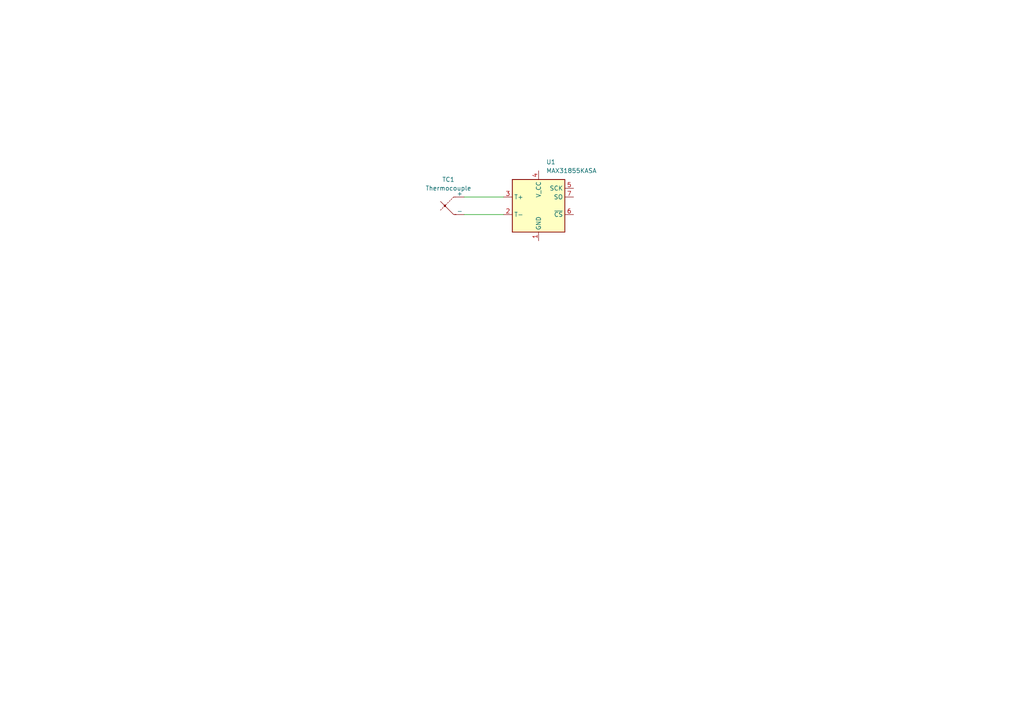
<source format=kicad_sch>
(kicad_sch (version 20231120) (generator "eeschema") (generator_version "8.0")
  (paper "A4")
  (lib_symbols
    (symbol "Device:Thermocouple" (pin_numbers hide) (pin_names (offset 0))
      (property "Reference" "TC" (at -3.048 3.81 0))
      (property "Value" "Thermocouple" (at -5.08 -4.064 0))
      (symbol "Thermocouple_0_1"
        (circle (center -3.048 0) (radius 0.254) (fill (type outline)))
        (polyline (pts (xy -4.064 -1.016) (xy -4.318 -1.27)))
        (polyline (pts (xy -3.556 -0.508) (xy -3.81 -0.762)))
        (polyline (pts (xy -3.048 0) (xy -3.302 -0.254)))
        (polyline (pts (xy -2.54 0.508) (xy -2.794 0.254)))
        (polyline (pts (xy -2.032 1.016) (xy -2.286 0.762)))
        (polyline (pts (xy -1.524 1.524) (xy -1.778 1.27)))
        (polyline (pts (xy -1.016 2.032) (xy -1.27 1.778)))
        (polyline (pts (xy -0.508 2.54) (xy -0.762 2.286)))
        (polyline (pts (xy 0 -2.54) (xy -0.254 -2.54)))
        (polyline (pts (xy 0 2.54) (xy -0.508 2.54)))
        (polyline (pts (xy 0.254 -2.54) (xy -0.508 -2.54) (xy -4.318 1.27)))
      )
      (symbol "Thermocouple_1_1"
        (pin passive line (at 2.54 2.54 180) (length 2.54) (name "+") (number "1"))
        (pin passive line (at 2.54 -2.54 180) (length 2.54) (name "-") (number "2"))
      )
    )
    (symbol "Sensor_Temperature:MAX31855KASA"
      (property "Reference" "U" (at -7.62 8.89 0))
      (property "Value" "MAX31855KASA" (at 1.27 8.89 0))
      (symbol "MAX31855KASA_0_1"
        (rectangle (start -7.62 7.62) (end 7.62 -7.62) (stroke (width 0.254)) (fill (type background)))
      )
      (symbol "MAX31855KASA_1_1"
        (pin power_in line (at 0 -10.16 90) (length 2.54) (name "GND") (number "1"))
        (pin passive line (at -10.16 -2.54 0) (length 2.54) (name "T-") (number "2"))
        (pin passive line (at -10.16 2.54 0) (length 2.54) (name "T+") (number "3"))
        (pin power_in line (at 0 10.16 270) (length 2.54) (name "V_CC") (number "4"))
        (pin input line (at 10.16 5.08 180) (length 2.54) (name "SCK") (number "5"))
        (pin input line (at 10.16 -2.54 180) (length 2.54) (name "~{CS}") (number "6"))
        (pin tri_state line (at 10.16 2.54 180) (length 2.54) (name "SO") (number "7"))
      )
    )
  )
  (wire (pts (xy 134.62 57.15) (xy 146.05 57.15)))
  (wire (pts (xy 134.62 62.23) (xy 146.05 62.23)))
  (symbol (lib_id "Device:Thermocouple") (at 132.08 59.69 0) (unit 1)
    (property "Reference" "TC1" (at 130.048 52.07 0))
    (property "Value" "Thermocouple" (at 130.048 54.61 0))
    (property "Description" "Thermocouple" (effects (hide yes)))
  )
  (symbol (lib_id "Sensor_Temperature:MAX31855KASA") (at 156.21 59.69 0) (unit 1)
    (property "Reference" "U1" (at 158.4041 46.99 0) (effects (justify left)))
    (property "Value" "MAX31855KASA" (at 158.4041 49.53 0) (effects (justify left)))
    (property "Footprint" "Package_SO:SOIC-8_3.9x4.9mm_P1.27mm" (effects (hide yes)))
    (property "Datasheet" "http://datasheets.maximintegrated.com/en/ds/MAX31855.pdf" (effects (hide yes)))
    (property "Description" "Cold Junction K-type Termocouple Interface, SPI, SO8" (effects (hide yes)))
  )
)
</source>
